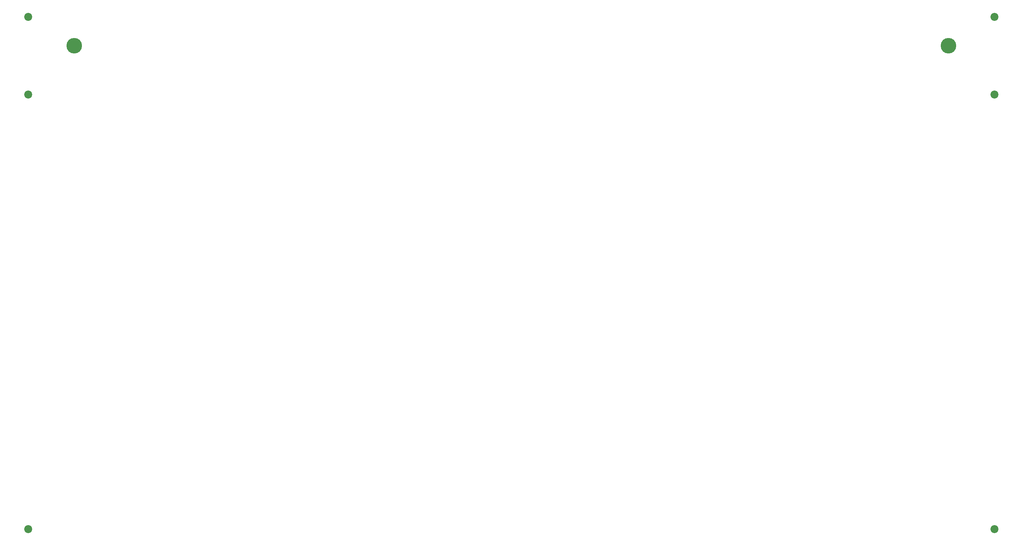
<source format=gbr>
G04 #@! TF.GenerationSoftware,KiCad,Pcbnew,5.1.9-73d0e3b20d~88~ubuntu18.04.1*
G04 #@! TF.CreationDate,2021-04-10T14:02:40-05:00*
G04 #@! TF.ProjectId,positron_bottom,706f7369-7472-46f6-9e5f-626f74746f6d,rev?*
G04 #@! TF.SameCoordinates,Original*
G04 #@! TF.FileFunction,Soldermask,Bot*
G04 #@! TF.FilePolarity,Negative*
%FSLAX46Y46*%
G04 Gerber Fmt 4.6, Leading zero omitted, Abs format (unit mm)*
G04 Created by KiCad (PCBNEW 5.1.9-73d0e3b20d~88~ubuntu18.04.1) date 2021-04-10 14:02:40*
%MOMM*%
%LPD*%
G01*
G04 APERTURE LIST*
%ADD10C,4.300000*%
%ADD11C,2.200000*%
G04 APERTURE END LIST*
D10*
X285750000Y-39687500D03*
X44450000Y-39687500D03*
D11*
X298450000Y-173037500D03*
X31750000Y-173037500D03*
X298450000Y-31750000D03*
X298450000Y-53181250D03*
X31750000Y-53181250D03*
X31750000Y-31750000D03*
M02*

</source>
